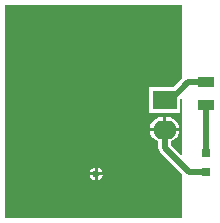
<source format=gbl>
G04*
G04 #@! TF.GenerationSoftware,Altium Limited,Altium Designer,18.1.7 (191)*
G04*
G04 Layer_Physical_Order=2*
G04 Layer_Color=16711680*
%FSLAX25Y25*%
%MOIN*%
G70*
G01*
G75*
%ADD13R,0.03150X0.03150*%
%ADD14R,0.05709X0.03740*%
%ADD19C,0.01968*%
%ADD20O,0.07874X0.06299*%
%ADD21R,0.07874X0.06299*%
%ADD22C,0.02362*%
G36*
X61024Y52335D02*
X58295Y49606D01*
X50000D01*
Y40945D01*
X60236D01*
Y45300D01*
X60587Y45590D01*
X61024Y45403D01*
Y27068D01*
X60562Y26876D01*
X57326Y30112D01*
Y31372D01*
X57998Y31651D01*
X58865Y32316D01*
X59530Y33183D01*
X59948Y34192D01*
X60025Y34776D01*
X50211D01*
X50288Y34192D01*
X50706Y33183D01*
X51371Y32316D01*
X52238Y31651D01*
X52910Y31372D01*
Y29197D01*
X53078Y28353D01*
X53557Y27636D01*
X61024Y20170D01*
Y5906D01*
X1969D01*
Y76772D01*
X61024D01*
Y52335D01*
D02*
G37*
%LPC*%
G36*
X55905Y39461D02*
X55618D01*
Y35776D01*
X60025D01*
X59948Y36359D01*
X59530Y37368D01*
X58865Y38235D01*
X57998Y38900D01*
X56989Y39318D01*
X55905Y39461D01*
D02*
G37*
G36*
X54618D02*
X54331D01*
X53247Y39318D01*
X52238Y38900D01*
X51371Y38235D01*
X50706Y37368D01*
X50288Y36359D01*
X50211Y35776D01*
X54618D01*
Y39461D01*
D02*
G37*
G36*
X32783Y22597D02*
Y20973D01*
X34408D01*
X34338Y21324D01*
X33856Y22045D01*
X33134Y22527D01*
X32783Y22597D01*
D02*
G37*
G36*
X31784D02*
X31433Y22527D01*
X30711Y22045D01*
X30229Y21324D01*
X30159Y20973D01*
X31784D01*
Y22597D01*
D02*
G37*
G36*
X34408Y19973D02*
X32783D01*
Y18348D01*
X33134Y18418D01*
X33856Y18900D01*
X34338Y19621D01*
X34408Y19973D01*
D02*
G37*
G36*
X31784D02*
X30159D01*
X30229Y19621D01*
X30711Y18900D01*
X31433Y18418D01*
X31784Y18348D01*
Y19973D01*
D02*
G37*
%LPD*%
D13*
X68898Y27559D02*
D03*
Y21260D02*
D03*
D14*
Y43406D02*
D03*
Y51083D02*
D03*
D19*
X55118Y29197D02*
Y35276D01*
X63056Y21260D02*
X68898D01*
X55118Y29197D02*
X63056Y21260D01*
X68898Y27559D02*
Y43406D01*
X62894Y51083D02*
X68898D01*
X57087Y45276D02*
X62894Y51083D01*
X55118Y45276D02*
X57087D01*
D20*
X55118Y35276D02*
D03*
D21*
Y45276D02*
D03*
D22*
X32283Y20472D02*
D03*
M02*

</source>
